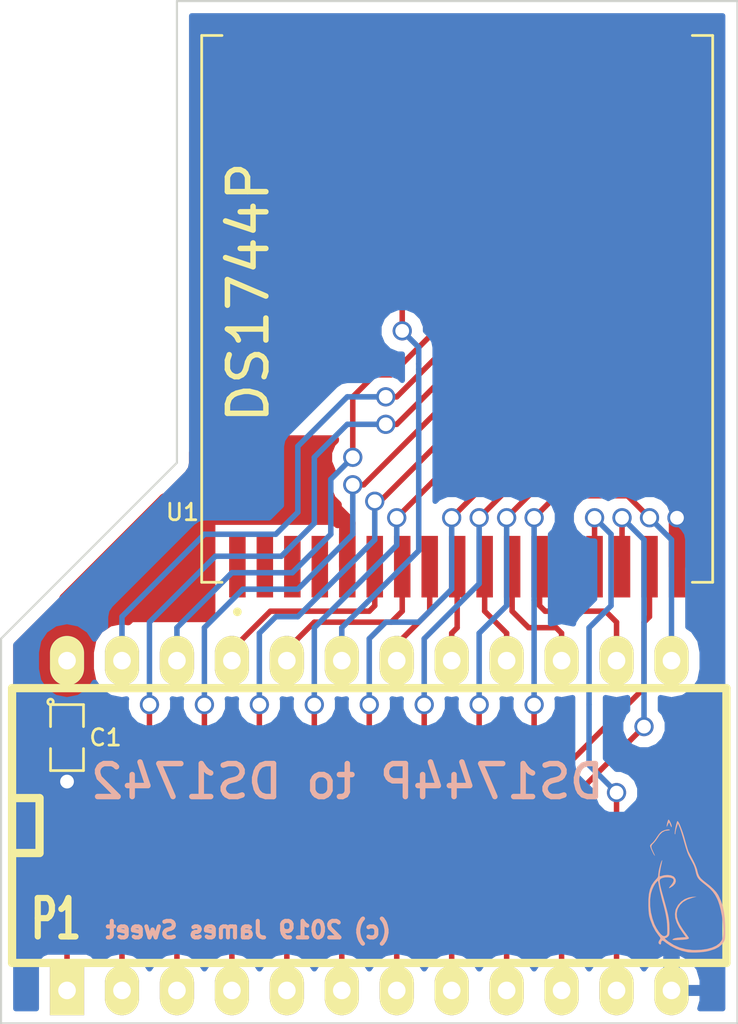
<source format=kicad_pcb>
(kicad_pcb (version 3) (host pcbnew "(2013-07-07 BZR 4022)-stable")

  (general
    (links 30)
    (no_connects 0)
    (area 188.163999 131.521999 222.300001 178.933966)
    (thickness 1.6)
    (drawings 10)
    (tracks 217)
    (zones 0)
    (modules 4)
    (nets 25)
  )

  (page A3)
  (layers
    (15 F.Cu signal)
    (0 B.Cu signal)
    (16 B.Adhes user)
    (17 F.Adhes user)
    (18 B.Paste user)
    (19 F.Paste user)
    (20 B.SilkS user)
    (21 F.SilkS user)
    (22 B.Mask user)
    (23 F.Mask user)
    (24 Dwgs.User user)
    (25 Cmts.User user)
    (26 Eco1.User user)
    (27 Eco2.User user)
    (28 Edge.Cuts user)
  )

  (setup
    (last_trace_width 0.254)
    (user_trace_width 0.381)
    (user_trace_width 0.508)
    (user_trace_width 0.635)
    (user_trace_width 0.762)
    (user_trace_width 1.016)
    (user_trace_width 1.143)
    (user_trace_width 1.27)
    (user_trace_width 1.524)
    (user_trace_width 1.778)
    (trace_clearance 0.254)
    (zone_clearance 0.508)
    (zone_45_only yes)
    (trace_min 0.254)
    (segment_width 0.2)
    (edge_width 0.1)
    (via_size 0.889)
    (via_drill 0.635)
    (via_min_size 0.889)
    (via_min_drill 0.508)
    (uvia_size 0.508)
    (uvia_drill 0.127)
    (uvias_allowed no)
    (uvia_min_size 0.508)
    (uvia_min_drill 0.127)
    (pcb_text_width 0.3)
    (pcb_text_size 1.5 1.5)
    (mod_edge_width 0.15)
    (mod_text_size 1 1)
    (mod_text_width 0.15)
    (pad_size 1.5 1.5)
    (pad_drill 0.6)
    (pad_to_mask_clearance 0)
    (aux_axis_origin 0 0)
    (visible_elements FFFFFFBF)
    (pcbplotparams
      (layerselection 284196865)
      (usegerberextensions true)
      (excludeedgelayer false)
      (linewidth 0.150000)
      (plotframeref false)
      (viasonmask false)
      (mode 1)
      (useauxorigin false)
      (hpglpennumber 1)
      (hpglpenspeed 20)
      (hpglpendiameter 15)
      (hpglpenoverlay 2)
      (psnegative false)
      (psa4output false)
      (plotreference true)
      (plotvalue true)
      (plotothertext true)
      (plotinvisibletext false)
      (padsonsilk false)
      (subtractmaskfromsilk false)
      (outputformat 1)
      (mirror false)
      (drillshape 0)
      (scaleselection 1)
      (outputdirectory Gerbers/))
  )

  (net 0 "")
  (net 1 +3.3V)
  (net 2 /A0)
  (net 3 /A1)
  (net 4 /A10)
  (net 5 /A2)
  (net 6 /A3)
  (net 7 /A4)
  (net 8 /A5)
  (net 9 /A6)
  (net 10 /A7)
  (net 11 /A8)
  (net 12 /A9)
  (net 13 /DQ0)
  (net 14 /DQ1)
  (net 15 /DQ2)
  (net 16 /DQ3)
  (net 17 /DQ4)
  (net 18 /DQ5)
  (net 19 /DQ6)
  (net 20 /DQ7)
  (net 21 /~CE)
  (net 22 /~OE)
  (net 23 /~WE)
  (net 24 GND)

  (net_class Default "This is the default net class."
    (clearance 0.254)
    (trace_width 0.254)
    (via_dia 0.889)
    (via_drill 0.635)
    (uvia_dia 0.508)
    (uvia_drill 0.127)
    (add_net "")
    (add_net +3.3V)
    (add_net /A0)
    (add_net /A1)
    (add_net /A10)
    (add_net /A2)
    (add_net /A3)
    (add_net /A4)
    (add_net /A5)
    (add_net /A6)
    (add_net /A7)
    (add_net /A8)
    (add_net /A9)
    (add_net /DQ0)
    (add_net /DQ1)
    (add_net /DQ2)
    (add_net /DQ3)
    (add_net /DQ4)
    (add_net /DQ5)
    (add_net /DQ6)
    (add_net /DQ7)
    (add_net /~CE)
    (add_net /~OE)
    (add_net /~WE)
    (add_net GND)
  )

  (module SM0805 (layer F.Cu) (tedit 5D9FB742) (tstamp 5D9F8E2D)
    (at 191.262 165.608 270)
    (path /5D9F77B3)
    (attr smd)
    (fp_text reference C1 (at 0 -1.778 360) (layer F.SilkS)
      (effects (font (size 0.762 0.762) (thickness 0.127)))
    )
    (fp_text value 100n (at 0 0 270) (layer F.SilkS) hide
      (effects (font (size 0.635 0.635) (thickness 0.127)))
    )
    (fp_circle (center -1.651 0.762) (end -1.651 0.635) (layer F.SilkS) (width 0.127))
    (fp_line (start -0.508 0.762) (end -1.524 0.762) (layer F.SilkS) (width 0.127))
    (fp_line (start -1.524 0.762) (end -1.524 -0.762) (layer F.SilkS) (width 0.127))
    (fp_line (start -1.524 -0.762) (end -0.508 -0.762) (layer F.SilkS) (width 0.127))
    (fp_line (start 0.508 -0.762) (end 1.524 -0.762) (layer F.SilkS) (width 0.127))
    (fp_line (start 1.524 -0.762) (end 1.524 0.762) (layer F.SilkS) (width 0.127))
    (fp_line (start 1.524 0.762) (end 0.508 0.762) (layer F.SilkS) (width 0.127))
    (pad 1 smd rect (at -0.9525 0 270) (size 0.889 1.397)
      (layers F.Cu F.Paste F.Mask)
      (net 1 +3.3V)
    )
    (pad 2 smd rect (at 0.9525 0 270) (size 0.889 1.397)
      (layers F.Cu F.Paste F.Mask)
      (net 24 GND)
    )
    (model smd/chip_cms.wrl
      (at (xyz 0 0 0))
      (scale (xyz 0.1 0.1 0.1))
      (rotate (xyz 0 0 0))
    )
  )

  (module DALLAS_DS1554P-70+ (layer F.Cu) (tedit 5D9FF666) (tstamp 5D9F8E63)
    (at 209.296 145.796 90)
    (path /5D9F75C4)
    (attr smd)
    (fp_text reference U1 (at -9.398 -12.7 180) (layer F.SilkS)
      (effects (font (size 0.762 0.762) (thickness 0.127)))
    )
    (fp_text value DS1744P (at 0.762 -9.652 90) (layer F.SilkS)
      (effects (font (size 1.778 1.778) (thickness 0.254)))
    )
    (fp_line (start -12.635 -11.81) (end 12.635 -11.81) (layer Eco2.User) (width 0.127))
    (fp_line (start 12.635 -11.81) (end 12.635 11.81) (layer Eco2.User) (width 0.127))
    (fp_line (start 12.635 11.81) (end -12.635 11.81) (layer Eco2.User) (width 0.127))
    (fp_line (start -12.635 11.81) (end -12.635 -11.81) (layer Eco2.User) (width 0.127))
    (fp_line (start -13.59 -12.06) (end -13.59 12.06) (layer Eco1.User) (width 0.05))
    (fp_line (start -13.59 12.06) (end 13.59 12.06) (layer Eco1.User) (width 0.05))
    (fp_line (start 13.59 12.06) (end 13.59 -12.06) (layer Eco1.User) (width 0.05))
    (fp_line (start 13.59 -12.06) (end -13.59 -12.06) (layer Eco1.User) (width 0.05))
    (fp_line (start -12.635 -10.87) (end -12.635 -11.81) (layer F.SilkS) (width 0.127))
    (fp_line (start -12.635 -11.81) (end 12.635 -11.81) (layer F.SilkS) (width 0.127))
    (fp_line (start 12.635 -11.81) (end 12.635 -10.87) (layer F.SilkS) (width 0.127))
    (fp_line (start -12.635 10.87) (end -12.635 11.81) (layer F.SilkS) (width 0.127))
    (fp_line (start -12.635 11.81) (end 12.635 11.81) (layer F.SilkS) (width 0.127))
    (fp_line (start 12.635 11.81) (end 12.635 10.87) (layer F.SilkS) (width 0.127))
    (fp_circle (center -14 -10.16) (end -13.9 -10.16) (layer F.SilkS) (width 0.2))
    (fp_circle (center -14 -10.16) (end -13.9 -10.16) (layer Eco2.User) (width 0.2))
    (pad 1 smd rect (at -11.9126 -10.16 90) (size 2.8448 0.762)
      (layers F.Cu F.Paste F.Mask)
    )
    (pad 2 smd rect (at -11.9126 -8.89 90) (size 2.8448 0.762)
      (layers F.Cu F.Paste F.Mask)
    )
    (pad 3 smd rect (at -11.9126 -7.62 90) (size 2.8448 0.762)
      (layers F.Cu F.Paste F.Mask)
    )
    (pad 4 smd rect (at -11.9126 -6.35 90) (size 2.8448 0.762)
      (layers F.Cu F.Paste F.Mask)
    )
    (pad 5 smd rect (at -11.9126 -5.08 90) (size 2.8448 0.762)
      (layers F.Cu F.Paste F.Mask)
      (net 1 +3.3V)
    )
    (pad 6 smd rect (at -11.9126 -3.81 90) (size 2.8448 0.762)
      (layers F.Cu F.Paste F.Mask)
      (net 23 /~WE)
    )
    (pad 7 smd rect (at -11.9126 -2.54 90) (size 2.8448 0.762)
      (layers F.Cu F.Paste F.Mask)
      (net 22 /~OE)
    )
    (pad 8 smd rect (at -11.9126 -1.27 90) (size 2.8448 0.762)
      (layers F.Cu F.Paste F.Mask)
      (net 21 /~CE)
    )
    (pad 9 smd rect (at -11.9126 0 90) (size 2.8448 0.762)
      (layers F.Cu F.Paste F.Mask)
      (net 20 /DQ7)
    )
    (pad 10 smd rect (at -11.9126 1.27 90) (size 2.8448 0.762)
      (layers F.Cu F.Paste F.Mask)
      (net 19 /DQ6)
    )
    (pad 11 smd rect (at -11.9126 2.54 90) (size 2.8448 0.762)
      (layers F.Cu F.Paste F.Mask)
      (net 18 /DQ5)
    )
    (pad 12 smd rect (at -11.9126 3.81 90) (size 2.8448 0.762)
      (layers F.Cu F.Paste F.Mask)
      (net 17 /DQ4)
    )
    (pad 13 smd rect (at -11.9126 5.08 90) (size 2.8448 0.762)
      (layers F.Cu F.Paste F.Mask)
      (net 16 /DQ3)
    )
    (pad 14 smd rect (at -11.9126 6.35 90) (size 2.8448 0.762)
      (layers F.Cu F.Paste F.Mask)
      (net 15 /DQ2)
    )
    (pad 15 smd rect (at -11.9126 7.62 90) (size 2.8448 0.762)
      (layers F.Cu F.Paste F.Mask)
      (net 14 /DQ1)
    )
    (pad 16 smd rect (at -11.9126 8.89 90) (size 2.8448 0.762)
      (layers F.Cu F.Paste F.Mask)
      (net 13 /DQ0)
    )
    (pad 17 smd rect (at -11.9126 10.16 90) (size 2.8448 0.762)
      (layers F.Cu F.Paste F.Mask)
      (net 24 GND)
    )
    (pad 18 smd rect (at 11.9126 10.16 90) (size 2.8448 0.762)
      (layers F.Cu F.Paste F.Mask)
      (net 2 /A0)
    )
    (pad 19 smd rect (at 11.9126 8.89 90) (size 2.8448 0.762)
      (layers F.Cu F.Paste F.Mask)
      (net 3 /A1)
    )
    (pad 20 smd rect (at 11.9126 7.62 90) (size 2.8448 0.762)
      (layers F.Cu F.Paste F.Mask)
      (net 5 /A2)
    )
    (pad 21 smd rect (at 11.9126 6.35 90) (size 2.8448 0.762)
      (layers F.Cu F.Paste F.Mask)
      (net 6 /A3)
    )
    (pad 22 smd rect (at 11.9126 5.08 90) (size 2.8448 0.762)
      (layers F.Cu F.Paste F.Mask)
      (net 7 /A4)
    )
    (pad 23 smd rect (at 11.9126 3.81 90) (size 2.8448 0.762)
      (layers F.Cu F.Paste F.Mask)
      (net 8 /A5)
    )
    (pad 24 smd rect (at 11.9126 2.54 90) (size 2.8448 0.762)
      (layers F.Cu F.Paste F.Mask)
      (net 9 /A6)
    )
    (pad 25 smd rect (at 11.9126 1.27 90) (size 2.8448 0.762)
      (layers F.Cu F.Paste F.Mask)
      (net 10 /A7)
    )
    (pad 26 smd rect (at 11.9126 0 90) (size 2.8448 0.762)
      (layers F.Cu F.Paste F.Mask)
      (net 11 /A8)
    )
    (pad 27 smd rect (at 11.9126 -1.27 90) (size 2.8448 0.762)
      (layers F.Cu F.Paste F.Mask)
      (net 12 /A9)
    )
    (pad 28 smd rect (at 11.9126 -2.54 90) (size 2.8448 0.762)
      (layers F.Cu F.Paste F.Mask)
      (net 4 /A10)
    )
    (pad 29 smd rect (at 11.9126 -3.81 90) (size 2.8448 0.762)
      (layers F.Cu F.Paste F.Mask)
      (net 1 +3.3V)
    )
    (pad 30 smd rect (at 11.9126 -5.08 90) (size 2.8448 0.762)
      (layers F.Cu F.Paste F.Mask)
      (net 1 +3.3V)
    )
    (pad 31 smd rect (at 11.9126 -6.35 90) (size 2.8448 0.762)
      (layers F.Cu F.Paste F.Mask)
      (net 1 +3.3V)
    )
    (pad 32 smd rect (at 11.9126 -7.62 90) (size 2.8448 0.762)
      (layers F.Cu F.Paste F.Mask)
      (net 1 +3.3V)
    )
    (pad 33 smd rect (at 11.9126 -8.89 90) (size 2.8448 0.762)
      (layers F.Cu F.Paste F.Mask)
    )
    (pad 34 smd rect (at 11.9126 -10.16 90) (size 2.8448 0.762)
      (layers F.Cu F.Paste F.Mask)
    )
  )

  (module DIP-24__600_ELL (layer F.Cu) (tedit 5D9FB6FF) (tstamp 5D9F8E86)
    (at 205.232 169.672)
    (descr "24 pins DIL package, elliptical pads")
    (tags DIL)
    (path /5D9F79A3)
    (fp_text reference P1 (at -14.478 4.318) (layer F.SilkS)
      (effects (font (size 1.778 1.143) (thickness 0.3048)))
    )
    (fp_text value DS1742W (at -1.016 0) (layer F.SilkS) hide
      (effects (font (size 1.778 1.651) (thickness 0.3048)))
    )
    (fp_line (start -16.51 -1.27) (end -15.24 -1.27) (layer F.SilkS) (width 0.381))
    (fp_line (start -15.24 -1.27) (end -15.24 1.27) (layer F.SilkS) (width 0.381))
    (fp_line (start -15.24 1.27) (end -16.51 1.27) (layer F.SilkS) (width 0.381))
    (fp_line (start -16.51 -6.35) (end 16.51 -6.35) (layer F.SilkS) (width 0.381))
    (fp_line (start 16.51 -6.35) (end 16.51 6.35) (layer F.SilkS) (width 0.381))
    (fp_line (start 16.51 6.35) (end -16.51 6.35) (layer F.SilkS) (width 0.381))
    (fp_line (start -16.51 6.35) (end -16.51 -6.35) (layer F.SilkS) (width 0.381))
    (pad 1 thru_hole rect (at -13.97 7.62) (size 1.5748 2.286) (drill 0.8128)
      (layers *.Cu *.Mask F.SilkS)
      (net 10 /A7)
    )
    (pad 2 thru_hole oval (at -11.43 7.62) (size 1.5748 2.286) (drill 0.8128)
      (layers *.Cu *.Mask F.SilkS)
      (net 9 /A6)
    )
    (pad 3 thru_hole oval (at -8.89 7.62) (size 1.5748 2.286) (drill 0.8128)
      (layers *.Cu *.Mask F.SilkS)
      (net 8 /A5)
    )
    (pad 4 thru_hole oval (at -6.35 7.62) (size 1.5748 2.286) (drill 0.8128)
      (layers *.Cu *.Mask F.SilkS)
      (net 7 /A4)
    )
    (pad 5 thru_hole oval (at -3.81 7.62) (size 1.5748 2.286) (drill 0.8128)
      (layers *.Cu *.Mask F.SilkS)
      (net 6 /A3)
    )
    (pad 6 thru_hole oval (at -1.27 7.62) (size 1.5748 2.286) (drill 0.8128)
      (layers *.Cu *.Mask F.SilkS)
      (net 5 /A2)
    )
    (pad 7 thru_hole oval (at 1.27 7.62) (size 1.5748 2.286) (drill 0.8128)
      (layers *.Cu *.Mask F.SilkS)
      (net 3 /A1)
    )
    (pad 8 thru_hole oval (at 3.81 7.62) (size 1.5748 2.286) (drill 0.8128)
      (layers *.Cu *.Mask F.SilkS)
      (net 2 /A0)
    )
    (pad 9 thru_hole oval (at 6.35 7.62) (size 1.5748 2.286) (drill 0.8128)
      (layers *.Cu *.Mask F.SilkS)
      (net 13 /DQ0)
    )
    (pad 10 thru_hole oval (at 8.89 7.62) (size 1.5748 2.286) (drill 0.8128)
      (layers *.Cu *.Mask F.SilkS)
      (net 14 /DQ1)
    )
    (pad 11 thru_hole oval (at 11.43 7.62) (size 1.5748 2.286) (drill 0.8128)
      (layers *.Cu *.Mask F.SilkS)
      (net 15 /DQ2)
    )
    (pad 12 thru_hole oval (at 13.97 7.62) (size 1.5748 2.286) (drill 0.8128)
      (layers *.Cu *.Mask F.SilkS)
      (net 24 GND)
    )
    (pad 13 thru_hole oval (at 13.97 -7.62) (size 1.5748 2.286) (drill 0.8128)
      (layers *.Cu *.Mask F.SilkS)
      (net 16 /DQ3)
    )
    (pad 14 thru_hole oval (at 11.43 -7.62) (size 1.5748 2.286) (drill 0.8128)
      (layers *.Cu *.Mask F.SilkS)
      (net 17 /DQ4)
    )
    (pad 15 thru_hole oval (at 8.89 -7.62) (size 1.5748 2.286) (drill 0.8128)
      (layers *.Cu *.Mask F.SilkS)
      (net 18 /DQ5)
    )
    (pad 16 thru_hole oval (at 6.35 -7.62) (size 1.5748 2.286) (drill 0.8128)
      (layers *.Cu *.Mask F.SilkS)
      (net 19 /DQ6)
    )
    (pad 17 thru_hole oval (at 3.81 -7.62) (size 1.5748 2.286) (drill 0.8128)
      (layers *.Cu *.Mask F.SilkS)
      (net 20 /DQ7)
    )
    (pad 18 thru_hole oval (at 1.27 -7.62) (size 1.5748 2.286) (drill 0.8128)
      (layers *.Cu *.Mask F.SilkS)
      (net 21 /~CE)
    )
    (pad 19 thru_hole oval (at -1.27 -7.62) (size 1.5748 2.286) (drill 0.8128)
      (layers *.Cu *.Mask F.SilkS)
      (net 4 /A10)
    )
    (pad 20 thru_hole oval (at -3.81 -7.62) (size 1.5748 2.286) (drill 0.8128)
      (layers *.Cu *.Mask F.SilkS)
      (net 22 /~OE)
    )
    (pad 21 thru_hole oval (at -6.35 -7.62) (size 1.5748 2.286) (drill 0.8128)
      (layers *.Cu *.Mask F.SilkS)
      (net 23 /~WE)
    )
    (pad 22 thru_hole oval (at -8.89 -7.62) (size 1.5748 2.286) (drill 0.8128)
      (layers *.Cu *.Mask F.SilkS)
      (net 12 /A9)
    )
    (pad 23 thru_hole oval (at -11.43 -7.62) (size 1.5748 2.286) (drill 0.8128)
      (layers *.Cu *.Mask F.SilkS)
      (net 11 /A8)
    )
    (pad 24 thru_hole oval (at -13.97 -7.62) (size 1.5748 2.286) (drill 0.8128)
      (layers *.Cu *.Mask F.SilkS)
      (net 1 +3.3V)
    )
    (model dil/dil_24-w600.wrl
      (at (xyz 0 0 0))
      (scale (xyz 1 1 1))
      (rotate (xyz 0 0 0))
    )
  )

  (module cat_300 (layer B.Cu) (tedit 0) (tstamp 5D9F98B6)
    (at 219.71 172.466)
    (fp_text reference VAL (at 0 0) (layer B.SilkS) hide
      (effects (font (size 0.381 0.381) (thickness 0.127)) (justify mirror))
    )
    (fp_text value REF (at 0 0) (layer B.SilkS) hide
      (effects (font (size 0.381 0.381) (thickness 0.127)) (justify mirror))
    )
    (fp_poly (pts (xy 1.97866 2.15138) (xy 1.97612 2.27838) (xy 1.97104 2.37236) (xy 1.96342 2.4384)
      (xy 1.95072 2.4892) (xy 1.93294 2.53238) (xy 1.92024 2.55778) (xy 1.8161 2.70002)
      (xy 1.6764 2.8194) (xy 1.49098 2.91592) (xy 1.25984 2.98958) (xy 1.13792 3.02006)
      (xy 0.98552 3.04546) (xy 0.80518 3.06324) (xy 0.61722 3.0734) (xy 0.44196 3.0734)
      (xy 0.2921 3.06578) (xy 0.24638 3.0607) (xy -0.03048 2.99466) (xy -0.29972 2.89814)
      (xy -0.55118 2.7686) (xy -0.76962 2.62128) (xy -0.79756 2.59588) (xy -0.86868 2.54254)
      (xy -0.91694 2.52222) (xy -0.9525 2.53238) (xy -0.98552 2.58318) (xy -0.98806 2.63144)
      (xy -0.99822 2.68986) (xy -1.03378 2.7051) (xy -1.08204 2.67208) (xy -1.0922 2.66192)
      (xy -1.10998 2.61366) (xy -1.0922 2.55016) (xy -1.03632 2.45872) (xy -1.03378 2.45364)
      (xy -1.02108 2.42062) (xy -1.03378 2.37744) (xy -1.08204 2.31394) (xy -1.09474 2.2987)
      (xy -1.24206 2.0955) (xy -1.37414 1.85166) (xy -1.47828 1.58496) (xy -1.48082 1.58496)
      (xy -1.51384 1.4732) (xy -1.53924 1.37922) (xy -1.55448 1.28524) (xy -1.56464 1.17602)
      (xy -1.57226 1.03632) (xy -1.57734 0.9144) (xy -1.5748 0.61976) (xy -1.55194 0.36576)
      (xy -1.50368 0.14986) (xy -1.42748 -0.03556) (xy -1.3208 -0.19558) (xy -1.24206 -0.28702)
      (xy -1.17348 -0.36322) (xy -1.13538 -0.42164) (xy -1.12268 -0.48514) (xy -1.12014 -0.52832)
      (xy -1.11252 -0.60198) (xy -1.09728 -0.70104) (xy -1.07188 -0.81534) (xy -1.0414 -0.92964)
      (xy -1.01092 -1.03632) (xy -0.98044 -1.12268) (xy -0.95504 -1.17856) (xy -0.93726 -1.1938)
      (xy -0.93726 -1.19126) (xy -0.9398 -1.16332) (xy -0.9525 -1.09474) (xy -0.97282 -0.99822)
      (xy -0.98044 -0.9652) (xy -1.00838 -0.8382) (xy -1.03124 -0.70358) (xy -1.04648 -0.59436)
      (xy -1.04902 -0.59182) (xy -1.0541 -0.50292) (xy -1.05156 -0.4572) (xy -1.03632 -0.4445)
      (xy -1.016 -0.44958) (xy -0.84836 -0.49784) (xy -0.6858 -0.51054) (xy -0.53848 -0.49276)
      (xy -0.42164 -0.4445) (xy -0.37846 -0.40894) (xy -0.3175 -0.31496) (xy -0.30734 -0.21336)
      (xy -0.3429 -0.10922) (xy -0.42926 -0.0127) (xy -0.47244 0.02032) (xy -0.56388 0.0762)
      (xy -0.61468 0.09906) (xy -0.6223 0.08382) (xy -0.58928 0.03302) (xy -0.53848 -0.0254)
      (xy -0.45212 -0.1397) (xy -0.41148 -0.23622) (xy -0.41656 -0.30988) (xy -0.46482 -0.3556)
      (xy -0.56134 -0.38862) (xy -0.67818 -0.40132) (xy -0.8001 -0.39878) (xy -0.91186 -0.37592)
      (xy -0.99822 -0.34036) (xy -1.03886 -0.29972) (xy -1.05156 -0.26162) (xy -1.0541 -0.20574)
      (xy -1.04394 -0.127) (xy -1.02362 -0.01778) (xy -0.9906 0.12192) (xy -0.94234 0.30226)
      (xy -0.87884 0.52832) (xy -0.84582 0.6477) (xy -0.77216 0.91186) (xy -0.71374 1.13284)
      (xy -0.66802 1.3208) (xy -0.63754 1.4859) (xy -0.61722 1.6383) (xy -0.60452 1.78562)
      (xy -0.60198 1.93802) (xy -0.59944 1.97104) (xy -0.60198 2.10312) (xy -0.60452 2.19456)
      (xy -0.61468 2.25298) (xy -0.62992 2.29362) (xy -0.65786 2.3241) (xy -0.66802 2.3368)
      (xy -0.70104 2.3622) (xy -0.70104 2.09296) (xy -0.70358 1.96596) (xy -0.70358 1.93548)
      (xy -0.7112 1.7653) (xy -0.7239 1.60528) (xy -0.7493 1.44526) (xy -0.78232 1.27)
      (xy -0.82804 1.06934) (xy -0.889 0.83566) (xy -0.91694 0.7366) (xy -0.96266 0.56388)
      (xy -1.00584 0.38354) (xy -1.04648 0.2159) (xy -1.07442 0.07366) (xy -1.08458 0.02032)
      (xy -1.1303 -0.24638) (xy -1.19634 -0.18542) (xy -1.26492 -0.09906) (xy -1.33604 0.0254)
      (xy -1.39954 0.16764) (xy -1.4478 0.3175) (xy -1.46304 0.37846) (xy -1.49606 0.63754)
      (xy -1.49352 0.91948) (xy -1.45796 1.21158) (xy -1.38938 1.4986) (xy -1.29794 1.76276)
      (xy -1.19634 1.95834) (xy -1.0922 2.11836) (xy -1.00076 2.23012) (xy -0.91948 2.29616)
      (xy -0.84582 2.31902) (xy -0.77216 2.2987) (xy -0.7493 2.28346) (xy -0.72644 2.2606)
      (xy -0.7112 2.22758) (xy -0.70358 2.17678) (xy -0.70104 2.09296) (xy -0.70104 2.3622)
      (xy -0.7239 2.38252) (xy -0.7747 2.40284) (xy -0.77724 2.40284) (xy -0.8128 2.41046)
      (xy -0.81026 2.43332) (xy -0.76454 2.47904) (xy -0.67818 2.54762) (xy -0.66294 2.56032)
      (xy -0.40132 2.72542) (xy -0.13208 2.8448) (xy 0.15494 2.921) (xy 0.4699 2.95656)
      (xy 0.58674 2.9591) (xy 0.87884 2.9464) (xy 1.14046 2.9083) (xy 1.36906 2.8448)
      (xy 1.55956 2.75844) (xy 1.70688 2.64922) (xy 1.81102 2.51968) (xy 1.8542 2.413)
      (xy 1.88214 2.2606) (xy 1.88976 2.0701) (xy 1.8796 1.85166) (xy 1.85674 1.6129)
      (xy 1.82118 1.36652) (xy 1.77292 1.12522) (xy 1.7145 0.89916) (xy 1.64846 0.6985)
      (xy 1.6002 0.58674) (xy 1.50876 0.41402) (xy 1.39954 0.26162) (xy 1.26492 0.11684)
      (xy 1.0922 -0.02794) (xy 1.0287 -0.07874) (xy 0.89154 -0.18796) (xy 0.78994 -0.2794)
      (xy 0.72136 -0.36322) (xy 0.67056 -0.45466) (xy 0.635 -0.56134) (xy 0.61468 -0.64516)
      (xy 0.5842 -0.77216) (xy 0.55372 -0.87376) (xy 0.51816 -0.9652) (xy 0.46736 -1.0668)
      (xy 0.39878 -1.19634) (xy 0.37846 -1.22936) (xy 0.3302 -1.3208) (xy 0.28448 -1.41224)
      (xy 0.2413 -1.5113) (xy 0.20066 -1.62814) (xy 0.15494 -1.76784) (xy 0.10414 -1.94056)
      (xy 0.04318 -2.15392) (xy 0.01524 -2.25298) (xy -0.02794 -2.39776) (xy -0.07112 -2.53746)
      (xy -0.11176 -2.65684) (xy -0.14478 -2.74066) (xy -0.14732 -2.7432) (xy -0.20828 -2.8829)
      (xy -0.26924 -2.7051) (xy -0.29972 -2.60096) (xy -0.32004 -2.50444) (xy -0.32766 -2.44602)
      (xy -0.33274 -2.39522) (xy -0.34544 -2.39268) (xy -0.3556 -2.40538) (xy -0.35814 -2.44856)
      (xy -0.35052 -2.52984) (xy -0.33528 -2.63652) (xy -0.31242 -2.7559) (xy -0.28448 -2.86766)
      (xy -0.254 -2.96418) (xy -0.24384 -2.98958) (xy -0.22352 -3.00228) (xy -0.1905 -2.96418)
      (xy -0.14732 -2.88798) (xy -0.09906 -2.77622) (xy -0.04318 -2.63398) (xy 0.01524 -2.46888)
      (xy 0.07366 -2.28854) (xy 0.12192 -2.11582) (xy 0.1651 -1.96088) (xy 0.20574 -1.81864)
      (xy 0.2413 -1.7018) (xy 0.26924 -1.61798) (xy 0.28448 -1.58496) (xy 0.30988 -1.53416)
      (xy 0.3556 -1.4478) (xy 0.41402 -1.33604) (xy 0.47752 -1.21412) (xy 0.48514 -1.20142)
      (xy 0.56642 -1.03886) (xy 0.62992 -0.889) (xy 0.6731 -0.76708) (xy 0.68326 -0.7239)
      (xy 0.72136 -0.57658) (xy 0.77216 -0.45974) (xy 0.84582 -0.35814) (xy 0.95504 -0.25654)
      (xy 1.0287 -0.19812) (xy 1.24968 -0.0254) (xy 1.4224 0.13208) (xy 1.55702 0.2794)
      (xy 1.65354 0.4191) (xy 1.67386 0.45974) (xy 1.78054 0.69342) (xy 1.86436 0.9398)
      (xy 1.92024 1.21158) (xy 1.95834 1.51638) (xy 1.97612 1.86182) (xy 1.97612 1.9812)
      (xy 1.97866 2.15138) (xy 1.97866 2.15138)) (layer B.SilkS) (width 0.00254))
    (fp_poly (pts (xy 0.64262 0.49276) (xy 0.46482 0.54102) (xy 0.22606 0.62484) (xy 0.03556 0.73406)
      (xy -0.10668 0.86868) (xy -0.20574 1.0287) (xy -0.23622 1.1176) (xy -0.26416 1.27254)
      (xy -0.254 1.43256) (xy -0.20574 1.60528) (xy -0.11684 1.7907) (xy 0.01524 2.00152)
      (xy 0.10922 2.1336) (xy 0.18542 2.2352) (xy 0.24638 2.32156) (xy 0.28702 2.38252)
      (xy 0.29972 2.41046) (xy 0.27686 2.43586) (xy 0.23876 2.45364) (xy 0.18542 2.46634)
      (xy 0.09652 2.4765) (xy -0.0127 2.48412) (xy -0.13208 2.49174) (xy -0.24892 2.49682)
      (xy -0.35052 2.49682) (xy -0.42672 2.49428) (xy -0.46228 2.48666) (xy -0.46482 2.48412)
      (xy -0.43688 2.44602) (xy -0.36068 2.413) (xy -0.23622 2.39014) (xy -0.09144 2.37744)
      (xy 0.15748 2.3622) (xy 0.00762 2.15646) (xy -0.15494 1.91516) (xy -0.2667 1.69164)
      (xy -0.33274 1.4859) (xy -0.34798 1.29286) (xy -0.32004 1.10998) (xy -0.30226 1.05918)
      (xy -0.20574 0.87884) (xy -0.06858 0.72644) (xy 0.09906 0.60706) (xy 0.2921 0.53086)
      (xy 0.46482 0.50038) (xy 0.64262 0.49276) (xy 0.64262 0.49276)) (layer B.SilkS) (width 0.00254))
    (fp_poly (pts (xy -0.58928 -2.59842) (xy -0.5969 -2.57556) (xy -0.65786 -2.56794) (xy -0.66548 -2.56794)
      (xy -0.80772 -2.54762) (xy -0.93472 -2.48158) (xy -1.04902 -2.37236) (xy -1.15062 -2.21996)
      (xy -1.2192 -2.11836) (xy -1.30048 -2.0193) (xy -1.34112 -1.97358) (xy -1.39954 -1.91516)
      (xy -1.43002 -1.85928) (xy -1.4351 -1.80086) (xy -1.41478 -1.71958) (xy -1.36652 -1.61036)
      (xy -1.34366 -1.55956) (xy -1.29794 -1.46304) (xy -1.27762 -1.41224) (xy -1.27762 -1.397)
      (xy -1.2954 -1.41478) (xy -1.30556 -1.42748) (xy -1.33858 -1.47828) (xy -1.37922 -1.55956)
      (xy -1.42494 -1.65354) (xy -1.46558 -1.74752) (xy -1.49352 -1.82372) (xy -1.50114 -1.86182)
      (xy -1.48082 -1.90754) (xy -1.43002 -1.95834) (xy -1.41732 -1.9685) (xy -1.36652 -2.01676)
      (xy -1.29794 -2.09804) (xy -1.22428 -2.19964) (xy -1.18872 -2.25552) (xy -1.10236 -2.37998)
      (xy -1.0287 -2.46634) (xy -0.96012 -2.52222) (xy -0.93218 -2.53746) (xy -0.83312 -2.5781)
      (xy -0.7366 -2.60604) (xy -0.65278 -2.6162) (xy -0.5969 -2.60604) (xy -0.58928 -2.59842)
      (xy -0.58928 -2.59842)) (layer B.SilkS) (width 0.00254))
    (fp_poly (pts (xy -0.4953 -2.75082) (xy -0.49784 -2.75082) (xy -0.50546 -2.7178) (xy -0.5207 -2.72796)
      (xy -0.54864 -2.78384) (xy -0.54864 -2.78638) (xy -0.58166 -2.86004) (xy -0.60452 -2.91592)
      (xy -0.60706 -2.92354) (xy -0.62484 -2.92862) (xy -0.65278 -2.8829) (xy -0.67056 -2.84734)
      (xy -0.6985 -2.7813) (xy -0.7239 -2.7432) (xy -0.72898 -2.7432) (xy -0.73152 -2.77368)
      (xy -0.72136 -2.83972) (xy -0.70358 -2.921) (xy -0.68072 -2.99974) (xy -0.6604 -3.05562)
      (xy -0.65278 -3.06832) (xy -0.62992 -3.06324) (xy -0.5969 -3.01752) (xy -0.56134 -2.95148)
      (xy -0.52832 -2.87528) (xy -0.50292 -2.80416) (xy -0.4953 -2.75082) (xy -0.4953 -2.75082)) (layer B.SilkS) (width 0.00254))
  )

  (gr_text "(c) 2019 James Sweet" (at 199.644 174.498) (layer B.SilkS)
    (effects (font (size 0.762 0.762) (thickness 0.1905)) (justify mirror))
  )
  (gr_text "DS1744P to DS1742" (at 204.216 167.64) (layer B.SilkS)
    (effects (font (size 1.524 1.524) (thickness 0.254)) (justify mirror))
  )
  (gr_line (start 196.342 152.908) (end 192.278 156.972) (angle 90) (layer Edge.Cuts) (width 0.1))
  (gr_line (start 196.342 131.572) (end 196.85 131.572) (angle 90) (layer Edge.Cuts) (width 0.1))
  (gr_line (start 196.342 152.908) (end 196.342 131.572) (angle 90) (layer Edge.Cuts) (width 0.1))
  (gr_line (start 222.25 178.816) (end 188.214 178.816) (angle 90) (layer Edge.Cuts) (width 0.1))
  (gr_line (start 188.214 161.036) (end 188.214 178.816) (angle 90) (layer Edge.Cuts) (width 0.1))
  (gr_line (start 192.278 156.972) (end 188.214 161.036) (angle 90) (layer Edge.Cuts) (width 0.1))
  (gr_line (start 222.25 131.572) (end 196.85 131.572) (angle 90) (layer Edge.Cuts) (width 0.1))
  (gr_line (start 222.25 178.816) (end 222.25 131.572) (angle 90) (layer Edge.Cuts) (width 0.1))

  (segment (start 195.834 154.686) (end 200.152 150.368) (width 0.254) (layer F.Cu) (net 1))
  (segment (start 200.152 137.922) (end 201.93 136.144) (width 0.254) (layer F.Cu) (net 1) (tstamp 5D9FE702))
  (segment (start 200.152 150.368) (end 200.152 137.922) (width 0.254) (layer F.Cu) (net 1) (tstamp 5D9FE6FB))
  (segment (start 204.216 156.21) (end 204.216 155.702) (width 0.762) (layer F.Cu) (net 1))
  (segment (start 204.216 157.7086) (end 204.216 156.21) (width 0.762) (layer F.Cu) (net 1))
  (segment (start 191.262 159.258) (end 191.262 162.052) (width 0.762) (layer F.Cu) (net 1) (tstamp 5D9FE007))
  (segment (start 195.834 154.686) (end 191.262 159.258) (width 0.762) (layer F.Cu) (net 1) (tstamp 5D9FE002))
  (segment (start 203.2 154.686) (end 195.834 154.686) (width 0.762) (layer F.Cu) (net 1) (tstamp 5D9FDFF4))
  (segment (start 204.216 155.702) (end 203.2 154.686) (width 0.762) (layer F.Cu) (net 1) (tstamp 5D9FDFF1))
  (segment (start 202.946 133.8834) (end 202.946 136.144) (width 0.254) (layer F.Cu) (net 1))
  (segment (start 204.216 133.8834) (end 204.216 136.144) (width 0.254) (layer F.Cu) (net 1))
  (segment (start 201.676 133.8834) (end 201.676 135.89) (width 0.254) (layer F.Cu) (net 1))
  (segment (start 201.676 135.89) (end 201.93 136.144) (width 0.254) (layer F.Cu) (net 1) (tstamp 5D9FDFB8))
  (segment (start 205.486 135.89) (end 205.486 133.8834) (width 0.254) (layer F.Cu) (net 1) (tstamp 5D9FDFC6))
  (segment (start 205.232 136.144) (end 205.486 135.89) (width 0.254) (layer F.Cu) (net 1) (tstamp 5D9FDFC2))
  (segment (start 201.93 136.144) (end 202.946 136.144) (width 0.254) (layer F.Cu) (net 1) (tstamp 5D9FDFBC))
  (segment (start 202.946 136.144) (end 204.216 136.144) (width 0.254) (layer F.Cu) (net 1) (tstamp 5D9FDFD8))
  (segment (start 204.216 136.144) (end 205.232 136.144) (width 0.254) (layer F.Cu) (net 1) (tstamp 5D9FDFCF))
  (segment (start 191.262 164.6555) (end 191.262 164.1602) (width 0.381) (layer F.Cu) (net 1))
  (segment (start 191.262 164.1602) (end 191.262 162.052) (width 1.143) (layer F.Cu) (net 1))
  (segment (start 209.042 177.292) (end 209.042 168.91) (width 0.254) (layer F.Cu) (net 2))
  (segment (start 219.456 148.844) (end 219.456 133.8834) (width 0.254) (layer F.Cu) (net 2) (tstamp 5D9FE0B0))
  (segment (start 212.852 155.448) (end 219.456 148.844) (width 0.254) (layer F.Cu) (net 2) (tstamp 5D9FE0AF))
  (via (at 212.852 155.448) (size 0.889) (layers F.Cu B.Cu) (net 2))
  (segment (start 212.852 159.258) (end 212.852 155.448) (width 0.254) (layer B.Cu) (net 2) (tstamp 5D9FE09B))
  (segment (start 212.852 164.084) (end 212.852 159.258) (width 0.254) (layer B.Cu) (net 2) (tstamp 5D9FE09A))
  (via (at 212.852 164.084) (size 0.889) (layers F.Cu B.Cu) (net 2))
  (segment (start 212.852 165.1) (end 212.852 164.084) (width 0.254) (layer F.Cu) (net 2) (tstamp 5D9FE08E))
  (segment (start 209.042 168.91) (end 212.852 165.1) (width 0.254) (layer F.Cu) (net 2) (tstamp 5D9FE07D))
  (segment (start 210.312 164.084) (end 210.312 160.782) (width 0.254) (layer B.Cu) (net 3))
  (segment (start 206.502 168.91) (end 210.312 165.1) (width 0.254) (layer F.Cu) (net 3) (tstamp 5D9FE0BC))
  (segment (start 210.312 165.1) (end 210.312 164.084) (width 0.254) (layer F.Cu) (net 3) (tstamp 5D9FE0C5))
  (via (at 210.312 164.084) (size 0.889) (layers F.Cu B.Cu) (net 3))
  (segment (start 206.502 177.292) (end 206.502 168.91) (width 0.254) (layer F.Cu) (net 3))
  (segment (start 218.186 148.844) (end 218.186 133.8834) (width 0.254) (layer F.Cu) (net 3) (tstamp 5D9FE16C))
  (segment (start 211.582 155.448) (end 218.186 148.844) (width 0.254) (layer F.Cu) (net 3) (tstamp 5D9FE16B))
  (via (at 211.582 155.448) (size 0.889) (layers F.Cu B.Cu) (net 3))
  (segment (start 211.582 159.512) (end 211.582 155.448) (width 0.254) (layer B.Cu) (net 3) (tstamp 5D9FE164))
  (segment (start 210.312 160.782) (end 211.582 159.512) (width 0.254) (layer B.Cu) (net 3) (tstamp 5D9FE142))
  (segment (start 218.186 147.574) (end 218.186 133.8834) (width 0.254) (layer F.Cu) (net 3) (tstamp 5D9FE0D8))
  (segment (start 207.518 148.336) (end 207.518 147.574) (width 0.254) (layer B.Cu) (net 4))
  (segment (start 203.962 162.052) (end 203.962 160.528) (width 0.254) (layer B.Cu) (net 4))
  (segment (start 207.518 156.972) (end 207.518 148.59) (width 0.254) (layer B.Cu) (net 4) (tstamp 5D9FE45A))
  (segment (start 203.962 160.528) (end 207.518 156.972) (width 0.254) (layer B.Cu) (net 4) (tstamp 5D9FE449))
  (segment (start 207.518 148.336) (end 207.518 148.59) (width 0.254) (layer B.Cu) (net 4) (tstamp 5D9FE949))
  (segment (start 206.756 146.812) (end 206.756 133.8834) (width 0.254) (layer F.Cu) (net 4) (tstamp 5D9FEAD0))
  (via (at 206.756 146.812) (size 0.889) (layers F.Cu B.Cu) (net 4))
  (segment (start 207.518 147.574) (end 206.756 146.812) (width 0.254) (layer B.Cu) (net 4) (tstamp 5D9FEAC9))
  (segment (start 207.772 164.084) (end 207.772 161.036) (width 0.254) (layer B.Cu) (net 5))
  (segment (start 203.962 168.91) (end 207.772 165.1) (width 0.254) (layer F.Cu) (net 5) (tstamp 5D9FE0E8))
  (segment (start 207.772 165.1) (end 207.772 164.084) (width 0.254) (layer F.Cu) (net 5) (tstamp 5D9FE0F6))
  (via (at 207.772 164.084) (size 0.889) (layers F.Cu B.Cu) (net 5))
  (segment (start 203.962 177.292) (end 203.962 168.91) (width 0.254) (layer F.Cu) (net 5))
  (segment (start 216.916 148.844) (end 216.916 133.8834) (width 0.254) (layer F.Cu) (net 5) (tstamp 5D9FE1A9))
  (segment (start 210.312 155.448) (end 216.916 148.844) (width 0.254) (layer F.Cu) (net 5) (tstamp 5D9FE1A8))
  (via (at 210.312 155.448) (size 0.889) (layers F.Cu B.Cu) (net 5))
  (segment (start 210.312 158.496) (end 210.312 155.448) (width 0.254) (layer B.Cu) (net 5) (tstamp 5D9FE199))
  (segment (start 207.772 161.036) (end 210.312 158.496) (width 0.254) (layer B.Cu) (net 5) (tstamp 5D9FE192))
  (segment (start 205.232 164.084) (end 205.232 161.036) (width 0.254) (layer B.Cu) (net 6))
  (segment (start 201.422 168.91) (end 205.232 165.1) (width 0.254) (layer F.Cu) (net 6) (tstamp 5D9FE1BB))
  (segment (start 205.232 165.1) (end 205.232 164.084) (width 0.254) (layer F.Cu) (net 6) (tstamp 5D9FE1C8))
  (via (at 205.232 164.084) (size 0.889) (layers F.Cu B.Cu) (net 6))
  (segment (start 205.232 161.036) (end 205.994 160.274) (width 0.254) (layer B.Cu) (net 6) (tstamp 5D9FE1D7))
  (segment (start 205.994 160.274) (end 207.518 160.274) (width 0.254) (layer B.Cu) (net 6) (tstamp 5D9FE1EA))
  (segment (start 207.518 160.274) (end 209.042 158.75) (width 0.254) (layer B.Cu) (net 6) (tstamp 5D9FE1F0))
  (segment (start 209.042 158.75) (end 209.042 155.448) (width 0.254) (layer B.Cu) (net 6) (tstamp 5D9FE1FA))
  (via (at 209.042 155.448) (size 0.889) (layers F.Cu B.Cu) (net 6))
  (segment (start 209.042 155.448) (end 215.646 148.844) (width 0.254) (layer F.Cu) (net 6) (tstamp 5D9FE20A))
  (segment (start 215.646 133.8834) (end 215.646 148.844) (width 0.254) (layer F.Cu) (net 6) (tstamp 5D9FE20B))
  (segment (start 201.422 168.91) (end 201.422 177.292) (width 0.254) (layer F.Cu) (net 6))
  (segment (start 202.692 164.084) (end 202.692 160.528) (width 0.254) (layer B.Cu) (net 7))
  (segment (start 198.882 168.91) (end 202.692 165.1) (width 0.254) (layer F.Cu) (net 7) (tstamp 5D9FE48D))
  (segment (start 202.692 165.1) (end 202.692 164.084) (width 0.254) (layer F.Cu) (net 7) (tstamp 5D9FE4A8))
  (via (at 202.692 164.084) (size 0.889) (layers F.Cu B.Cu) (net 7))
  (segment (start 198.882 177.292) (end 198.882 168.91) (width 0.254) (layer F.Cu) (net 7))
  (segment (start 214.376 147.574) (end 214.376 133.8834) (width 0.254) (layer F.Cu) (net 7) (tstamp 5D9FE4F2))
  (segment (start 206.502 155.448) (end 214.376 147.574) (width 0.254) (layer F.Cu) (net 7) (tstamp 5D9FE4F1))
  (via (at 206.502 155.448) (size 0.889) (layers F.Cu B.Cu) (net 7))
  (segment (start 206.502 156.718) (end 206.502 155.448) (width 0.254) (layer B.Cu) (net 7) (tstamp 5D9FE4E3))
  (segment (start 202.692 160.528) (end 206.502 156.718) (width 0.254) (layer B.Cu) (net 7) (tstamp 5D9FE4D4))
  (segment (start 205.486 154.686) (end 205.74 154.686) (width 0.254) (layer F.Cu) (net 8))
  (segment (start 196.342 177.292) (end 196.342 168.91) (width 0.254) (layer F.Cu) (net 8))
  (via (at 205.486 154.686) (size 0.889) (layers F.Cu B.Cu) (net 8))
  (segment (start 205.486 156.464) (end 205.486 154.686) (width 0.254) (layer B.Cu) (net 8) (tstamp 5D9FE548))
  (segment (start 201.93 160.02) (end 205.486 156.464) (width 0.254) (layer B.Cu) (net 8) (tstamp 5D9FE532))
  (segment (start 200.914 160.02) (end 201.93 160.02) (width 0.254) (layer B.Cu) (net 8) (tstamp 5D9FE52D))
  (segment (start 200.152 160.782) (end 200.914 160.02) (width 0.254) (layer B.Cu) (net 8) (tstamp 5D9FE51F))
  (segment (start 200.152 164.084) (end 200.152 160.782) (width 0.254) (layer B.Cu) (net 8) (tstamp 5D9FE51E))
  (via (at 200.152 164.084) (size 0.889) (layers F.Cu B.Cu) (net 8))
  (segment (start 200.152 165.1) (end 200.152 164.084) (width 0.254) (layer F.Cu) (net 8) (tstamp 5D9FE519))
  (segment (start 196.342 168.91) (end 200.152 165.1) (width 0.254) (layer F.Cu) (net 8) (tstamp 5D9FE508))
  (segment (start 213.106 147.32) (end 213.106 133.8834) (width 0.254) (layer F.Cu) (net 8) (tstamp 5D9FE9B8))
  (segment (start 205.74 154.686) (end 213.106 147.32) (width 0.254) (layer F.Cu) (net 8) (tstamp 5D9FE9A3))
  (segment (start 204.47 153.924) (end 204.978 153.924) (width 0.254) (layer F.Cu) (net 9))
  (segment (start 193.802 175.006) (end 193.802 175.006) (width 0.254) (layer F.Cu) (net 9) (tstamp 5D9FE56C))
  (segment (start 193.802 175.006) (end 193.802 168.91) (width 0.254) (layer F.Cu) (net 9) (tstamp 5D9FE584))
  (segment (start 193.802 168.91) (end 197.612 165.1) (width 0.254) (layer F.Cu) (net 9) (tstamp 5D9FE58D))
  (segment (start 197.612 165.1) (end 197.612 164.084) (width 0.254) (layer F.Cu) (net 9) (tstamp 5D9FE594))
  (via (at 197.612 164.084) (size 0.889) (layers F.Cu B.Cu) (net 9))
  (segment (start 197.612 164.084) (end 197.612 160.528) (width 0.254) (layer B.Cu) (net 9) (tstamp 5D9FE598))
  (segment (start 197.612 160.528) (end 199.39 158.75) (width 0.254) (layer B.Cu) (net 9) (tstamp 5D9FE599))
  (segment (start 199.39 158.75) (end 201.93 158.75) (width 0.254) (layer B.Cu) (net 9) (tstamp 5D9FE59C))
  (segment (start 201.93 158.75) (end 204.47 156.21) (width 0.254) (layer B.Cu) (net 9) (tstamp 5D9FE5A4))
  (segment (start 204.47 156.21) (end 204.47 153.924) (width 0.254) (layer B.Cu) (net 9) (tstamp 5D9FE5B1))
  (via (at 204.47 153.924) (size 0.889) (layers F.Cu B.Cu) (net 9))
  (segment (start 193.802 177.292) (end 193.802 175.006) (width 0.254) (layer F.Cu) (net 9))
  (segment (start 211.836 147.066) (end 211.836 133.8834) (width 0.254) (layer F.Cu) (net 9) (tstamp 5D9FE618))
  (segment (start 204.978 153.924) (end 211.836 147.066) (width 0.254) (layer F.Cu) (net 9) (tstamp 5D9FE609))
  (segment (start 191.262 177.292) (end 191.262 169.672) (width 0.254) (layer F.Cu) (net 10))
  (segment (start 202.692 152.654) (end 204.216 151.13) (width 0.254) (layer B.Cu) (net 10) (tstamp 5D9FEB7C))
  (segment (start 204.216 151.13) (end 205.994 151.13) (width 0.254) (layer B.Cu) (net 10) (tstamp 5D9FEB81))
  (segment (start 210.566 147.066) (end 210.566 133.8834) (width 0.254) (layer F.Cu) (net 10))
  (via (at 195.072 164.084) (size 0.889) (layers F.Cu B.Cu) (net 10))
  (segment (start 195.072 164.084) (end 195.072 160.274) (width 0.254) (layer B.Cu) (net 10) (tstamp 5D9FE739))
  (segment (start 195.072 160.274) (end 198.12 157.226) (width 0.254) (layer B.Cu) (net 10) (tstamp 5D9FE73A))
  (segment (start 198.12 157.226) (end 201.168 157.226) (width 0.254) (layer B.Cu) (net 10) (tstamp 5D9FE73C))
  (segment (start 201.168 157.226) (end 202.692 155.702) (width 0.254) (layer B.Cu) (net 10) (tstamp 5D9FE744))
  (segment (start 202.692 155.702) (end 202.692 152.908) (width 0.254) (layer B.Cu) (net 10) (tstamp 5D9FE746))
  (via (at 205.994 151.13) (size 0.889) (layers F.Cu B.Cu) (net 10))
  (segment (start 206.502 151.13) (end 205.994 151.13) (width 0.254) (layer F.Cu) (net 10) (tstamp 5D9FE7A3))
  (segment (start 210.566 147.066) (end 206.502 151.13) (width 0.254) (layer F.Cu) (net 10) (tstamp 5D9FE790))
  (segment (start 202.692 152.908) (end 202.692 152.654) (width 0.254) (layer B.Cu) (net 10))
  (segment (start 195.072 165.862) (end 195.072 164.084) (width 0.254) (layer F.Cu) (net 10) (tstamp 5D9FEC3D))
  (segment (start 191.262 169.672) (end 195.072 165.862) (width 0.254) (layer F.Cu) (net 10) (tstamp 5D9FEC2F))
  (segment (start 201.93 152.4) (end 201.93 152.146) (width 0.254) (layer B.Cu) (net 11))
  (segment (start 206.502 149.86) (end 209.296 147.066) (width 0.254) (layer F.Cu) (net 11) (tstamp 5D9FE86B))
  (segment (start 209.296 133.8834) (end 209.296 147.066) (width 0.254) (layer F.Cu) (net 11) (tstamp 5D9FE877))
  (segment (start 193.802 160.02) (end 193.802 162.052) (width 0.254) (layer B.Cu) (net 11))
  (via (at 205.994 149.86) (size 0.889) (layers F.Cu B.Cu) (net 11))
  (segment (start 201.93 155.194) (end 201.93 152.4) (width 0.254) (layer B.Cu) (net 11) (tstamp 5D9FE7D1))
  (segment (start 200.914 156.21) (end 201.93 155.194) (width 0.254) (layer B.Cu) (net 11) (tstamp 5D9FE7D0))
  (segment (start 197.612 156.21) (end 200.914 156.21) (width 0.254) (layer B.Cu) (net 11) (tstamp 5D9FE7CD))
  (segment (start 193.802 160.02) (end 197.612 156.21) (width 0.254) (layer B.Cu) (net 11) (tstamp 5D9FE7C5))
  (segment (start 205.994 149.86) (end 206.502 149.86) (width 0.254) (layer F.Cu) (net 11))
  (segment (start 204.216 149.86) (end 205.994 149.86) (width 0.254) (layer B.Cu) (net 11) (tstamp 5D9FEB8A))
  (segment (start 201.93 152.146) (end 204.216 149.86) (width 0.254) (layer B.Cu) (net 11) (tstamp 5D9FEB87))
  (segment (start 203.454 156.21) (end 203.454 153.67) (width 0.254) (layer B.Cu) (net 12))
  (via (at 204.47 152.654) (size 0.889) (layers F.Cu B.Cu) (net 12))
  (segment (start 204.47 152.654) (end 204.47 149.86) (width 0.254) (layer F.Cu) (net 12) (tstamp 5D9FEBB5))
  (segment (start 204.47 149.86) (end 205.486 148.844) (width 0.254) (layer F.Cu) (net 12) (tstamp 5D9FEBB6))
  (segment (start 205.486 148.844) (end 206.248 148.844) (width 0.254) (layer F.Cu) (net 12) (tstamp 5D9FEBBA))
  (segment (start 206.248 148.844) (end 208.026 147.066) (width 0.254) (layer F.Cu) (net 12) (tstamp 5D9FEBC0))
  (segment (start 208.026 133.8834) (end 208.026 147.066) (width 0.254) (layer F.Cu) (net 12) (tstamp 5D9FEBC5))
  (segment (start 196.342 160.528) (end 196.342 162.052) (width 0.254) (layer B.Cu) (net 12))
  (segment (start 201.676 157.988) (end 203.454 156.21) (width 0.254) (layer B.Cu) (net 12) (tstamp 5D9FE6AF))
  (segment (start 198.882 157.988) (end 201.676 157.988) (width 0.254) (layer B.Cu) (net 12) (tstamp 5D9FE6AB))
  (segment (start 196.342 160.528) (end 198.882 157.988) (width 0.254) (layer B.Cu) (net 12) (tstamp 5D9FE6A7))
  (segment (start 203.454 153.67) (end 204.47 152.654) (width 0.254) (layer B.Cu) (net 12) (tstamp 5D9FEBDF))
  (segment (start 218.186 157.7086) (end 218.186 160.02) (width 0.254) (layer F.Cu) (net 13))
  (segment (start 211.582 169.672) (end 211.582 177.292) (width 0.254) (layer F.Cu) (net 13) (tstamp 5D9FF600))
  (segment (start 217.932 163.322) (end 211.582 169.672) (width 0.254) (layer F.Cu) (net 13) (tstamp 5D9FF5E3))
  (segment (start 217.932 160.274) (end 217.932 163.322) (width 0.254) (layer F.Cu) (net 13) (tstamp 5D9FF5D7))
  (segment (start 218.186 160.02) (end 217.932 160.274) (width 0.254) (layer F.Cu) (net 13) (tstamp 5D9FF5CE))
  (segment (start 214.122 177.292) (end 214.122 168.91) (width 0.254) (layer F.Cu) (net 14))
  (via (at 217.932 165.1) (size 0.889) (layers F.Cu B.Cu) (net 14))
  (segment (start 214.122 168.91) (end 217.932 165.1) (width 0.254) (layer F.Cu) (net 14) (tstamp 5D9FF59D))
  (segment (start 216.916 157.7086) (end 216.916 155.448) (width 0.254) (layer F.Cu) (net 14))
  (segment (start 217.932 156.464) (end 217.932 165.1) (width 0.254) (layer B.Cu) (net 14) (tstamp 5D9F95E9))
  (segment (start 216.916 155.448) (end 217.932 156.464) (width 0.254) (layer B.Cu) (net 14) (tstamp 5D9F95E8))
  (via (at 216.916 155.448) (size 0.889) (layers F.Cu B.Cu) (net 14))
  (segment (start 216.662 177.292) (end 216.662 168.148) (width 0.254) (layer F.Cu) (net 15))
  (via (at 215.646 155.448) (size 0.889) (layers F.Cu B.Cu) (net 15))
  (segment (start 215.646 155.448) (end 216.408 156.21) (width 0.254) (layer B.Cu) (net 15) (tstamp 5D9F9620))
  (segment (start 216.408 156.21) (end 216.408 159.512) (width 0.254) (layer B.Cu) (net 15) (tstamp 5D9F9621))
  (segment (start 216.408 159.512) (end 215.392 160.528) (width 0.254) (layer B.Cu) (net 15) (tstamp 5D9F9630))
  (segment (start 215.392 160.528) (end 215.392 164.084) (width 0.254) (layer B.Cu) (net 15) (tstamp 5D9F9633))
  (segment (start 215.646 155.448) (end 215.646 157.7086) (width 0.254) (layer F.Cu) (net 15))
  (segment (start 215.392 166.878) (end 215.392 164.084) (width 0.254) (layer B.Cu) (net 15) (tstamp 5D9FF542))
  (segment (start 216.662 168.148) (end 215.392 166.878) (width 0.254) (layer B.Cu) (net 15) (tstamp 5D9FF541))
  (via (at 216.662 168.148) (size 0.889) (layers F.Cu B.Cu) (net 15))
  (segment (start 219.202 162.052) (end 219.202 156.464) (width 0.254) (layer B.Cu) (net 16))
  (segment (start 214.376 155.194) (end 214.376 157.7086) (width 0.254) (layer F.Cu) (net 16) (tstamp 5D9FA3ED))
  (segment (start 215.138 154.432) (end 214.376 155.194) (width 0.254) (layer F.Cu) (net 16) (tstamp 5D9FA3EB))
  (segment (start 217.17 154.432) (end 215.138 154.432) (width 0.254) (layer F.Cu) (net 16) (tstamp 5D9FA3E5))
  (segment (start 218.186 155.448) (end 217.17 154.432) (width 0.254) (layer F.Cu) (net 16) (tstamp 5D9FA3E4))
  (via (at 218.186 155.448) (size 0.889) (layers F.Cu B.Cu) (net 16))
  (segment (start 219.202 156.464) (end 218.186 155.448) (width 0.254) (layer B.Cu) (net 16) (tstamp 5D9FA3D1))
  (segment (start 213.106 157.7086) (end 213.106 159.512) (width 0.254) (layer F.Cu) (net 17))
  (segment (start 216.662 160.274) (end 216.662 162.052) (width 0.254) (layer F.Cu) (net 17) (tstamp 5D9F9382))
  (segment (start 216.154 159.766) (end 216.662 160.274) (width 0.254) (layer F.Cu) (net 17) (tstamp 5D9F9380))
  (segment (start 213.36 159.766) (end 216.154 159.766) (width 0.254) (layer F.Cu) (net 17) (tstamp 5D9F937E))
  (segment (start 213.106 159.512) (end 213.36 159.766) (width 0.254) (layer F.Cu) (net 17) (tstamp 5D9F937C))
  (segment (start 211.836 157.7086) (end 211.836 159.766) (width 0.254) (layer F.Cu) (net 18))
  (segment (start 214.122 160.782) (end 214.122 162.052) (width 0.254) (layer F.Cu) (net 18) (tstamp 5D9F939A))
  (segment (start 213.868 160.528) (end 214.122 160.782) (width 0.254) (layer F.Cu) (net 18) (tstamp 5D9F9398))
  (segment (start 212.598 160.528) (end 213.868 160.528) (width 0.254) (layer F.Cu) (net 18) (tstamp 5D9F9391))
  (segment (start 211.836 159.766) (end 212.598 160.528) (width 0.254) (layer F.Cu) (net 18) (tstamp 5D9F938B))
  (segment (start 210.566 157.7086) (end 210.566 159.766) (width 0.254) (layer F.Cu) (net 19))
  (segment (start 211.582 160.782) (end 211.582 162.052) (width 0.254) (layer F.Cu) (net 19) (tstamp 5D9F93AA))
  (segment (start 210.566 159.766) (end 211.582 160.782) (width 0.254) (layer F.Cu) (net 19) (tstamp 5D9F93A0))
  (segment (start 209.296 157.7086) (end 209.296 160.528) (width 0.254) (layer F.Cu) (net 20))
  (segment (start 209.042 160.782) (end 209.042 162.052) (width 0.254) (layer F.Cu) (net 20) (tstamp 5D9F93B7))
  (segment (start 209.296 160.528) (end 209.042 160.782) (width 0.254) (layer F.Cu) (net 20) (tstamp 5D9F93B1))
  (segment (start 206.502 162.052) (end 206.502 161.29) (width 0.254) (layer F.Cu) (net 21))
  (segment (start 208.026 159.766) (end 208.026 157.7086) (width 0.254) (layer F.Cu) (net 21) (tstamp 5D9FA69B))
  (segment (start 206.502 161.29) (end 208.026 159.766) (width 0.254) (layer F.Cu) (net 21) (tstamp 5D9FA697))
  (segment (start 201.422 162.052) (end 201.422 161.544) (width 0.254) (layer F.Cu) (net 22))
  (segment (start 206.756 159.766) (end 206.756 157.7086) (width 0.254) (layer F.Cu) (net 22) (tstamp 5D9FA676))
  (segment (start 206.248 160.274) (end 206.756 159.766) (width 0.254) (layer F.Cu) (net 22) (tstamp 5D9FA675))
  (segment (start 202.692 160.274) (end 206.248 160.274) (width 0.254) (layer F.Cu) (net 22) (tstamp 5D9FA671))
  (segment (start 201.422 161.544) (end 202.692 160.274) (width 0.254) (layer F.Cu) (net 22) (tstamp 5D9FA66F))
  (segment (start 198.882 162.052) (end 198.882 161.544) (width 0.254) (layer F.Cu) (net 23))
  (segment (start 205.486 159.512) (end 205.486 157.7086) (width 0.254) (layer F.Cu) (net 23) (tstamp 5D9FA683))
  (segment (start 205.232002 159.765998) (end 205.486 159.512) (width 0.254) (layer F.Cu) (net 23) (tstamp 5D9FA680))
  (segment (start 200.660002 159.765998) (end 205.232002 159.765998) (width 0.254) (layer F.Cu) (net 23) (tstamp 5D9FA67D))
  (segment (start 198.882 161.544) (end 200.660002 159.765998) (width 0.254) (layer F.Cu) (net 23) (tstamp 5D9FA67B))
  (segment (start 219.202 167.386) (end 217.17 169.418) (width 0.762) (layer B.Cu) (net 24))
  (segment (start 191.262 167.64) (end 191.262 166.5605) (width 0.762) (layer F.Cu) (net 24) (tstamp 5D9FB621))
  (via (at 191.262 167.64) (size 0.889) (layers F.Cu B.Cu) (net 24))
  (segment (start 193.04 169.418) (end 191.262 167.64) (width 0.762) (layer B.Cu) (net 24) (tstamp 5D9FB619))
  (segment (start 217.17 169.418) (end 193.04 169.418) (width 0.762) (layer B.Cu) (net 24) (tstamp 5D9FB612))
  (segment (start 219.456 157.7086) (end 219.456 155.448) (width 0.762) (layer F.Cu) (net 24))
  (segment (start 219.456 155.448) (end 220.98 155.448) (width 0.762) (layer B.Cu) (net 24) (tstamp 5D9F9377))
  (via (at 219.456 155.448) (size 0.889) (layers F.Cu B.Cu) (net 24))
  (segment (start 219.202 177.292) (end 219.202 167.386) (width 0.762) (layer B.Cu) (net 24))
  (segment (start 220.98 165.608) (end 220.98 155.448) (width 0.762) (layer B.Cu) (net 24) (tstamp 5D9F9370))
  (segment (start 219.202 167.386) (end 220.98 165.608) (width 0.762) (layer B.Cu) (net 24) (tstamp 5D9F936F))

  (zone (net 1) (net_name +3.3V) (layer F.Cu) (tstamp 5D9FB8B8) (hatch edge 0.508)
    (connect_pads yes (clearance 0.508))
    (min_thickness 0.381)
    (fill (arc_segments 16) (thermal_gap 0.508) (thermal_bridge_width 0.508) (smoothing chamfer))
    (polygon
      (pts
        (xy 193.04 165.354) (xy 188.214 165.354) (xy 188.214 161.036) (xy 197.612 151.638) (xy 203.962 151.638)
        (xy 203.962 160.274) (xy 194.31 160.274) (xy 193.04 161.544)
      )
    )
    (filled_polygon
      (pts
        (xy 203.7715 155.742785) (xy 203.723185 155.694386) (xy 203.6445 155.661712) (xy 203.6445 155.5877) (xy 203.327609 155.5877)
        (xy 203.188669 155.587579) (xy 202.426669 155.587579) (xy 202.426376 155.5877) (xy 202.057609 155.5877) (xy 201.918669 155.587579)
        (xy 201.156669 155.587579) (xy 201.156376 155.5877) (xy 200.787609 155.5877) (xy 200.648669 155.587579) (xy 199.886669 155.587579)
        (xy 199.886376 155.5877) (xy 199.517609 155.5877) (xy 199.378669 155.587579) (xy 198.616669 155.587579) (xy 198.616376 155.5877)
        (xy 197.9295 155.5877) (xy 197.9295 160.0835) (xy 194.231092 160.0835) (xy 194.084063 160.230528) (xy 193.802 160.174423)
        (xy 193.233371 160.28753) (xy 192.75131 160.609633) (xy 192.429207 161.091694) (xy 192.3161 161.660323) (xy 192.3161 162.443677)
        (xy 192.429207 163.012306) (xy 192.75131 163.494367) (xy 192.8495 163.559975) (xy 192.8495 165.1635) (xy 188.9625 165.1635)
        (xy 188.9625 161.346038) (xy 192.807269 157.50127) (xy 192.807269 157.501269) (xy 192.807271 157.501266) (xy 196.871269 153.43727)
        (xy 196.871269 153.437269) (xy 197.033524 153.194439) (xy 197.090499 152.908001) (xy 197.0905 152.908) (xy 197.0905 152.428908)
        (xy 197.690908 151.8285) (xy 203.6445 151.8285) (xy 203.6445 151.863022) (xy 203.501577 152.005697) (xy 203.327199 152.425646)
        (xy 203.326802 152.880359) (xy 203.49585 153.289488) (xy 203.327199 153.695646) (xy 203.326802 154.150359) (xy 203.500446 154.570612)
        (xy 203.7715 154.842138) (xy 203.7715 155.742785)
      )
    )
  )
  (zone (net 24) (net_name GND) (layer B.Cu) (tstamp 5D9FB8B9) (hatch edge 0.508)
    (connect_pads (clearance 0.508))
    (min_thickness 0.254)
    (fill (arc_segments 16) (thermal_gap 0.508) (thermal_bridge_width 0.508) (smoothing chamfer))
    (polygon
      (pts
        (xy 221.996 178.562) (xy 188.468 178.562) (xy 188.468 161.29) (xy 196.596 153.162) (xy 196.596 131.826)
        (xy 221.996 131.826)
      )
    )
    (filled_polygon
      (pts
        (xy 221.565 178.131) (xy 220.519828 178.131) (xy 220.6244 177.7746) (xy 220.6244 177.419) (xy 220.6244 177.165)
        (xy 220.6244 176.8094) (xy 220.6244 162.442433) (xy 220.6244 161.661567) (xy 220.516126 161.117238) (xy 220.207789 160.655778)
        (xy 219.964 160.492883) (xy 219.964 156.464) (xy 219.963999 156.463999) (xy 219.905996 156.172395) (xy 219.740815 155.925185)
        (xy 219.740815 155.925184) (xy 219.265499 155.449868) (xy 219.265687 155.234216) (xy 219.101689 154.837311) (xy 218.798286 154.533378)
        (xy 218.401668 154.368687) (xy 217.972216 154.368313) (xy 217.575311 154.532311) (xy 217.551223 154.556356) (xy 217.528286 154.533378)
        (xy 217.131668 154.368687) (xy 216.702216 154.368313) (xy 216.305311 154.532311) (xy 216.281223 154.556356) (xy 216.258286 154.533378)
        (xy 215.861668 154.368687) (xy 215.432216 154.368313) (xy 215.035311 154.532311) (xy 214.731378 154.835714) (xy 214.566687 155.232332)
        (xy 214.566313 155.661784) (xy 214.730311 156.058689) (xy 215.033714 156.362622) (xy 215.430332 156.527313) (xy 215.646 156.5275)
        (xy 215.646 159.196369) (xy 214.853185 159.989185) (xy 214.688004 160.236395) (xy 214.665931 160.347361) (xy 214.122 160.239167)
        (xy 213.614 160.340214) (xy 213.614 159.258) (xy 213.614 156.212641) (xy 213.766622 156.060286) (xy 213.931313 155.663668)
        (xy 213.931687 155.234216) (xy 213.767689 154.837311) (xy 213.464286 154.533378) (xy 213.067668 154.368687) (xy 212.638216 154.368313)
        (xy 212.241311 154.532311) (xy 212.217223 154.556356) (xy 212.194286 154.533378) (xy 211.797668 154.368687) (xy 211.368216 154.368313)
        (xy 210.971311 154.532311) (xy 210.947223 154.556356) (xy 210.924286 154.533378) (xy 210.527668 154.368687) (xy 210.098216 154.368313)
        (xy 209.701311 154.532311) (xy 209.677223 154.556356) (xy 209.654286 154.533378) (xy 209.257668 154.368687) (xy 208.828216 154.368313)
        (xy 208.431311 154.532311) (xy 208.28 154.683358) (xy 208.28 148.59) (xy 208.28 148.336) (xy 208.28 147.574)
        (xy 208.279999 147.573999) (xy 208.221996 147.282395) (xy 208.056815 147.035185) (xy 208.056815 147.035184) (xy 207.835499 146.813868)
        (xy 207.835687 146.598216) (xy 207.671689 146.201311) (xy 207.368286 145.897378) (xy 206.971668 145.732687) (xy 206.542216 145.732313)
        (xy 206.145311 145.896311) (xy 205.841378 146.199714) (xy 205.676687 146.596332) (xy 205.676313 147.025784) (xy 205.840311 147.422689)
        (xy 206.143714 147.726622) (xy 206.540332 147.891313) (xy 206.756 147.8915) (xy 206.756 148.336) (xy 206.756 148.59)
        (xy 206.756 149.095353) (xy 206.606286 148.945378) (xy 206.209668 148.780687) (xy 205.780216 148.780313) (xy 205.383311 148.944311)
        (xy 205.229353 149.098) (xy 204.216 149.098) (xy 203.924395 149.156004) (xy 203.677184 149.321185) (xy 201.391185 151.607185)
        (xy 201.226004 151.854395) (xy 201.168 152.146) (xy 201.168 152.4) (xy 201.168 154.878369) (xy 200.598369 155.448)
        (xy 197.612 155.448) (xy 197.320395 155.506004) (xy 197.073184 155.671185) (xy 193.263185 159.481185) (xy 193.098004 159.728395)
        (xy 193.04 160.02) (xy 193.04 160.492883) (xy 192.796211 160.655778) (xy 192.532 161.051198) (xy 192.267789 160.655778)
        (xy 191.806329 160.347441) (xy 191.262 160.239167) (xy 190.717671 160.347441) (xy 190.256211 160.655778) (xy 189.947874 161.117238)
        (xy 189.8396 161.661567) (xy 189.8396 162.442433) (xy 189.947874 162.986762) (xy 190.256211 163.448222) (xy 190.717671 163.756559)
        (xy 191.262 163.864833) (xy 191.806329 163.756559) (xy 192.267789 163.448222) (xy 192.532 163.052801) (xy 192.796211 163.448222)
        (xy 193.257671 163.756559) (xy 193.802 163.864833) (xy 194.011438 163.823172) (xy 193.992687 163.868332) (xy 193.992313 164.297784)
        (xy 194.156311 164.694689) (xy 194.459714 164.998622) (xy 194.856332 165.163313) (xy 195.285784 165.163687) (xy 195.682689 164.999689)
        (xy 195.986622 164.696286) (xy 196.151313 164.299668) (xy 196.151687 163.870216) (xy 196.132221 163.823105) (xy 196.342 163.864833)
        (xy 196.551438 163.823172) (xy 196.532687 163.868332) (xy 196.532313 164.297784) (xy 196.696311 164.694689) (xy 196.999714 164.998622)
        (xy 197.396332 165.163313) (xy 197.825784 165.163687) (xy 198.222689 164.999689) (xy 198.526622 164.696286) (xy 198.691313 164.299668)
        (xy 198.691687 163.870216) (xy 198.672221 163.823105) (xy 198.882 163.864833) (xy 199.091438 163.823172) (xy 199.072687 163.868332)
        (xy 199.072313 164.297784) (xy 199.236311 164.694689) (xy 199.539714 164.998622) (xy 199.936332 165.163313) (xy 200.365784 165.163687)
        (xy 200.762689 164.999689) (xy 201.066622 164.696286) (xy 201.231313 164.299668) (xy 201.231687 163.870216) (xy 201.212221 163.823105)
        (xy 201.422 163.864833) (xy 201.631438 163.823172) (xy 201.612687 163.868332) (xy 201.612313 164.297784) (xy 201.776311 164.694689)
        (xy 202.079714 164.998622) (xy 202.476332 165.163313) (xy 202.905784 165.163687) (xy 203.302689 164.999689) (xy 203.606622 164.696286)
        (xy 203.771313 164.299668) (xy 203.771687 163.870216) (xy 203.752221 163.823105) (xy 203.962 163.864833) (xy 204.171438 163.823172)
        (xy 204.152687 163.868332) (xy 204.152313 164.297784) (xy 204.316311 164.694689) (xy 204.619714 164.998622) (xy 205.016332 165.163313)
        (xy 205.445784 165.163687) (xy 205.842689 164.999689) (xy 206.146622 164.696286) (xy 206.311313 164.299668) (xy 206.311687 163.870216)
        (xy 206.292221 163.823105) (xy 206.502 163.864833) (xy 206.711438 163.823172) (xy 206.692687 163.868332) (xy 206.692313 164.297784)
        (xy 206.856311 164.694689) (xy 207.159714 164.998622) (xy 207.556332 165.163313) (xy 207.985784 165.163687) (xy 208.382689 164.999689)
        (xy 208.686622 164.696286) (xy 208.851313 164.299668) (xy 208.851687 163.870216) (xy 208.832221 163.823105) (xy 209.042 163.864833)
        (xy 209.251438 163.823172) (xy 209.232687 163.868332) (xy 209.232313 164.297784) (xy 209.396311 164.694689) (xy 209.699714 164.998622)
        (xy 210.096332 165.163313) (xy 210.525784 165.163687) (xy 210.922689 164.999689) (xy 211.226622 164.696286) (xy 211.391313 164.299668)
        (xy 211.391687 163.870216) (xy 211.372221 163.823105) (xy 211.582 163.864833) (xy 211.791438 163.823172) (xy 211.772687 163.868332)
        (xy 211.772313 164.297784) (xy 211.936311 164.694689) (xy 212.239714 164.998622) (xy 212.636332 165.163313) (xy 213.065784 165.163687)
        (xy 213.462689 164.999689) (xy 213.766622 164.696286) (xy 213.931313 164.299668) (xy 213.931687 163.870216) (xy 213.912221 163.823105)
        (xy 214.122 163.864833) (xy 214.63 163.763785) (xy 214.63 164.084) (xy 214.63 166.878) (xy 214.688004 167.169605)
        (xy 214.853185 167.416815) (xy 215.5825 168.146131) (xy 215.582313 168.361784) (xy 215.746311 168.758689) (xy 216.049714 169.062622)
        (xy 216.446332 169.227313) (xy 216.875784 169.227687) (xy 217.272689 169.063689) (xy 217.576622 168.760286) (xy 217.741313 168.363668)
        (xy 217.741687 167.934216) (xy 217.577689 167.537311) (xy 217.274286 167.233378) (xy 216.877668 167.068687) (xy 216.660128 167.068497)
        (xy 216.154 166.562369) (xy 216.154 164.084) (xy 216.154 163.763785) (xy 216.662 163.864833) (xy 217.17 163.763785)
        (xy 217.17 164.335358) (xy 217.017378 164.487714) (xy 216.852687 164.884332) (xy 216.852313 165.313784) (xy 217.016311 165.710689)
        (xy 217.319714 166.014622) (xy 217.716332 166.179313) (xy 218.145784 166.179687) (xy 218.542689 166.015689) (xy 218.846622 165.712286)
        (xy 219.011313 165.315668) (xy 219.011687 164.886216) (xy 218.847689 164.489311) (xy 218.694 164.335353) (xy 218.694 163.763785)
        (xy 219.202 163.864833) (xy 219.746329 163.756559) (xy 220.207789 163.448222) (xy 220.516126 162.986762) (xy 220.6244 162.442433)
        (xy 220.6244 176.8094) (xy 220.467525 176.274738) (xy 220.117986 175.840809) (xy 219.628996 175.573673) (xy 219.54906 175.55699)
        (xy 219.329 175.679149) (xy 219.329 177.165) (xy 220.6244 177.165) (xy 220.6244 177.419) (xy 219.329 177.419)
        (xy 219.329 177.439) (xy 219.075 177.439) (xy 219.075 177.419) (xy 219.055 177.419) (xy 219.055 177.165)
        (xy 219.075 177.165) (xy 219.075 175.679149) (xy 218.85494 175.55699) (xy 218.775004 175.573673) (xy 218.286014 175.840809)
        (xy 217.936475 176.274738) (xy 217.931753 176.290829) (xy 217.667789 175.895778) (xy 217.206329 175.587441) (xy 216.662 175.479167)
        (xy 216.117671 175.587441) (xy 215.656211 175.895778) (xy 215.392 176.291198) (xy 215.127789 175.895778) (xy 214.666329 175.587441)
        (xy 214.122 175.479167) (xy 213.577671 175.587441) (xy 213.116211 175.895778) (xy 212.852 176.291198) (xy 212.587789 175.895778)
        (xy 212.126329 175.587441) (xy 211.582 175.479167) (xy 211.037671 175.587441) (xy 210.576211 175.895778) (xy 210.312 176.291198)
        (xy 210.047789 175.895778) (xy 209.586329 175.587441) (xy 209.042 175.479167) (xy 208.497671 175.587441) (xy 208.036211 175.895778)
        (xy 207.772 176.291198) (xy 207.507789 175.895778) (xy 207.046329 175.587441) (xy 206.502 175.479167) (xy 205.957671 175.587441)
        (xy 205.496211 175.895778) (xy 205.232 176.291198) (xy 204.967789 175.895778) (xy 204.506329 175.587441) (xy 203.962 175.479167)
        (xy 203.417671 175.587441) (xy 202.956211 175.895778) (xy 202.692 176.291198) (xy 202.427789 175.895778) (xy 201.966329 175.587441)
        (xy 201.422 175.479167) (xy 200.877671 175.587441) (xy 200.416211 175.895778) (xy 200.152 176.291198) (xy 199.887789 175.895778)
        (xy 199.426329 175.587441) (xy 198.882 175.479167) (xy 198.337671 175.587441) (xy 197.876211 175.895778) (xy 197.612 176.291198)
        (xy 197.347789 175.895778) (xy 196.886329 175.587441) (xy 196.342 175.479167) (xy 195.797671 175.587441) (xy 195.336211 175.895778)
        (xy 195.072 176.291198) (xy 194.807789 175.895778) (xy 194.346329 175.587441) (xy 193.802 175.479167) (xy 193.257671 175.587441)
        (xy 192.796211 175.895778) (xy 192.68451 176.06295) (xy 192.68451 176.023245) (xy 192.588041 175.789771) (xy 192.409568 175.610987)
        (xy 192.176264 175.514111) (xy 191.923645 175.51389) (xy 190.348845 175.51389) (xy 190.115371 175.610359) (xy 189.936587 175.788832)
        (xy 189.839711 176.022136) (xy 189.83949 176.274755) (xy 189.83949 178.131) (xy 188.899 178.131) (xy 188.899 161.319736)
        (xy 192.762367 157.456369) (xy 192.762367 157.456368) (xy 192.762368 157.456368) (xy 196.826367 153.392369) (xy 196.826367 153.392368)
        (xy 196.826368 153.392368) (xy 196.974856 153.170139) (xy 196.974857 153.170138) (xy 197.026999 152.908001) (xy 197.027 152.908)
        (xy 197.027 132.257) (xy 221.565 132.257) (xy 221.565 178.131)
      )
    )
  )
  (zone (net 0) (net_name "") (layer F.Cu) (tstamp 5D9FF6E9) (hatch edge 0.508)
    (connect_pads yes (clearance 0.508))
    (min_thickness 0.254)
    (keepout (tracks allowed) (vias allowed) (copperpour not_allowed))
    (fill (arc_segments 16) (thermal_gap 0.508) (thermal_bridge_width 0.508) (smoothing chamfer))
    (polygon
      (pts
        (xy 198.12 155.7782) (xy 198.12 160.528) (xy 200.406 160.528) (xy 203.454 160.528) (xy 203.454 155.7782)
      )
    )
  )
)

</source>
